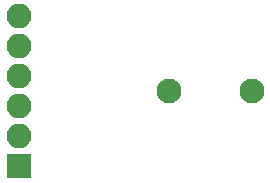
<source format=gbs>
G04 #@! TF.GenerationSoftware,KiCad,Pcbnew,(5.0.0-3-g5ebb6b6)*
G04 #@! TF.CreationDate,2018-08-26T23:18:38+02:00*
G04 #@! TF.ProjectId,Pmod-I2S,506D6F642D4932532E6B696361645F70,rev?*
G04 #@! TF.SameCoordinates,Original*
G04 #@! TF.FileFunction,Soldermask,Bot*
G04 #@! TF.FilePolarity,Negative*
%FSLAX46Y46*%
G04 Gerber Fmt 4.6, Leading zero omitted, Abs format (unit mm)*
G04 Created by KiCad (PCBNEW (5.0.0-3-g5ebb6b6)) date Sunday, 26 August 2018 at 23:18:38*
%MOMM*%
%LPD*%
G01*
G04 APERTURE LIST*
%ADD10O,2.100000X2.100000*%
%ADD11R,2.100000X2.100000*%
%ADD12C,2.100000*%
G04 APERTURE END LIST*
D10*
G04 #@! TO.C,J2*
X91800000Y-63700000D03*
X91800000Y-66240000D03*
X91800000Y-68780000D03*
X91800000Y-71320000D03*
X91800000Y-73860000D03*
D11*
X91800000Y-76400000D03*
G04 #@! TD*
D12*
G04 #@! TO.C,J1*
X111500000Y-70000000D03*
X104500000Y-70000000D03*
G04 #@! TD*
M02*

</source>
